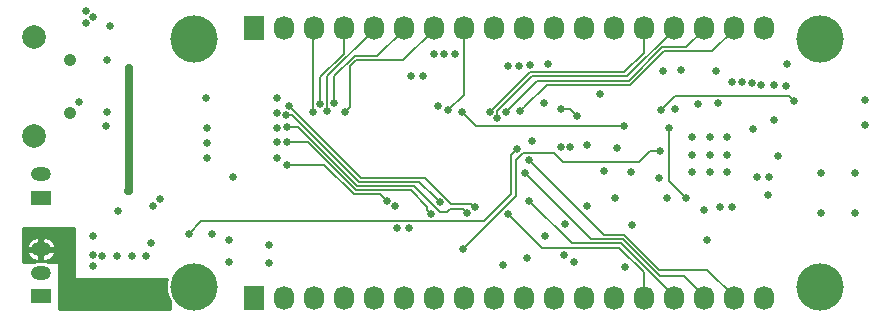
<source format=gbl>
G04 #@! TF.FileFunction,Copper,L4,Bot,Signal*
%FSLAX46Y46*%
G04 Gerber Fmt 4.6, Leading zero omitted, Abs format (unit mm)*
G04 Created by KiCad (PCBNEW (2016-09-14 revision 83ed3c9)-makepkg) date 10/14/16 01:05:57*
%MOMM*%
%LPD*%
G01*
G04 APERTURE LIST*
%ADD10C,0.100000*%
%ADD11O,1.727200X2.032000*%
%ADD12R,1.727200X2.032000*%
%ADD13C,4.000000*%
%ADD14R,1.700000X1.200000*%
%ADD15O,1.700000X1.200000*%
%ADD16C,2.000000*%
%ADD17C,1.041000*%
%ADD18C,0.635000*%
%ADD19C,0.635000*%
%ADD20C,0.177800*%
%ADD21C,0.254000*%
G04 APERTURE END LIST*
D10*
D11*
X209053691Y-96508953D03*
X206513691Y-96508953D03*
X203973691Y-96508953D03*
X201433691Y-96508953D03*
X198893691Y-96508953D03*
X196353691Y-96508953D03*
X193813691Y-96508953D03*
X191273691Y-96508953D03*
X188733691Y-96508953D03*
X186193691Y-96508953D03*
X183653691Y-96508953D03*
X181113691Y-96508953D03*
X178573691Y-96508953D03*
X176033691Y-96508953D03*
X173493691Y-96508953D03*
X170953691Y-96508953D03*
X168413691Y-96508953D03*
D12*
X165873691Y-96508953D03*
X165873691Y-73648953D03*
D11*
X168413691Y-73648953D03*
X170953691Y-73648953D03*
X173493691Y-73648953D03*
X176033691Y-73648953D03*
X178573691Y-73648953D03*
X181113691Y-73648953D03*
X183653691Y-73648953D03*
X186193691Y-73648953D03*
X188733691Y-73648953D03*
X191273691Y-73648953D03*
X193813691Y-73648953D03*
X196353691Y-73648953D03*
X198893691Y-73648953D03*
X201433691Y-73648953D03*
X203973691Y-73648953D03*
X206513691Y-73648953D03*
X209053691Y-73648953D03*
D13*
X160873691Y-74578953D03*
X213873691Y-74578953D03*
X160873691Y-95578953D03*
X213873691Y-95578953D03*
D14*
X147877691Y-88046953D03*
D15*
X147877691Y-86046953D03*
D14*
X147877691Y-96396953D03*
D15*
X147877691Y-94396953D03*
X147877691Y-92396953D03*
D16*
X147307691Y-74431553D03*
X147307691Y-82781553D03*
D17*
X150332691Y-76381553D03*
X150332691Y-80831553D03*
D18*
X210947000Y-78613000D03*
X201549000Y-80518000D03*
X200533000Y-77343000D03*
X207235997Y-78229078D03*
X208827137Y-78532494D03*
X206375000Y-78232000D03*
X205175353Y-80035409D03*
X202057000Y-77216000D03*
X203526348Y-80098198D03*
X195199000Y-79219111D03*
X216825991Y-85964153D03*
X216825991Y-89316953D03*
X213892291Y-85964153D03*
X213879591Y-89329653D03*
X217623691Y-79778953D03*
X217623691Y-81853953D03*
X188339891Y-76870953D03*
X190478276Y-80029504D03*
X189293885Y-76793016D03*
X197364148Y-93938496D03*
X197948691Y-90378953D03*
X195573691Y-85778953D03*
X197873691Y-85853953D03*
X196648691Y-83828953D03*
X196473691Y-88053953D03*
X194123691Y-88703953D03*
X192223691Y-90278953D03*
X192148691Y-92878953D03*
X193023691Y-93453953D03*
X152248691Y-72759953D03*
X151673691Y-72209953D03*
X151673691Y-73234953D03*
X157973691Y-88128953D03*
X157323691Y-88753953D03*
X157198691Y-91878953D03*
X156748691Y-92953953D03*
X155623691Y-92953953D03*
X154291191Y-92952453D03*
X153075191Y-92952453D03*
X152248691Y-91278953D03*
X152248691Y-92928953D03*
X152248691Y-93778953D03*
X194073691Y-83578953D03*
X192696273Y-83721051D03*
X189441469Y-83230010D03*
X177853499Y-88780199D03*
X178048691Y-90578953D03*
X187019047Y-93698248D03*
X153713641Y-73497304D03*
X151103491Y-79902953D03*
X204306225Y-91588794D03*
X203001469Y-85889738D03*
X205985976Y-85887091D03*
X205984474Y-82908914D03*
X203003380Y-82910435D03*
X205984494Y-84396949D03*
X203001598Y-84399802D03*
X204494763Y-85865804D03*
X204493943Y-82936843D03*
X204494549Y-84398953D03*
X204494549Y-84398953D03*
X179222691Y-77759953D03*
X190525691Y-91278953D03*
X200908993Y-88049798D03*
X205059691Y-77267953D03*
X211013691Y-76748953D03*
X182004455Y-75889533D03*
X181135213Y-75889533D03*
X162373691Y-91078953D03*
X209957691Y-81441953D03*
X210253366Y-84483338D03*
X153487891Y-76341353D03*
X154430891Y-89164553D03*
X153386291Y-81980153D03*
X153487891Y-80811753D03*
X206343685Y-88863506D03*
X209537427Y-86268706D03*
X164133691Y-86268953D03*
X181508691Y-80299953D03*
X161947697Y-83377090D03*
X161940591Y-82094953D03*
X161877091Y-79554953D03*
X209931000Y-78486000D03*
X208044408Y-78313445D03*
X167845265Y-84634127D03*
X167846091Y-82094953D03*
X187440815Y-76907023D03*
X190821945Y-76747235D03*
X191883576Y-83734762D03*
X179055290Y-90573042D03*
X204007091Y-89068753D03*
X180238691Y-77759953D03*
X167846091Y-79554953D03*
X167846091Y-80836617D03*
X167846091Y-83362190D03*
X182905949Y-75889533D03*
X200177640Y-86374183D03*
X208179691Y-82203953D03*
X167181691Y-92047453D03*
X163816191Y-91602953D03*
X205378485Y-88863506D03*
X209442485Y-87796706D03*
X208521427Y-86268706D03*
X167181691Y-93571453D03*
X163816191Y-93507953D03*
X189001691Y-93122953D03*
X161940591Y-84634953D03*
X155294491Y-77078953D03*
X155285691Y-87453953D03*
X157986891Y-95133553D03*
X157453491Y-96174953D03*
X158317091Y-97216353D03*
X168748691Y-85253953D03*
X177165085Y-88345347D03*
X168723691Y-83353953D03*
X180912051Y-89406848D03*
X168748691Y-82053953D03*
X183947595Y-89329652D03*
X168636162Y-81027496D03*
X181635492Y-88405980D03*
X168880904Y-80252417D03*
X184615969Y-88853101D03*
X183616181Y-92353953D03*
X200298681Y-84087440D03*
X197223848Y-81959671D03*
X183540691Y-80807953D03*
X201014245Y-82170107D03*
X202457691Y-88103553D03*
X211608691Y-79865953D03*
X200381709Y-80601865D03*
X193251024Y-81106418D03*
X191899526Y-80516658D03*
X188200857Y-83925589D03*
X160373691Y-91078953D03*
X187448691Y-89403953D03*
X187214535Y-80799009D03*
X186523939Y-81305907D03*
X185903387Y-80780951D03*
X170921866Y-80803953D03*
X172127098Y-80673473D03*
X171537901Y-80088685D03*
X173608079Y-80802038D03*
X172711308Y-80026971D03*
X182373691Y-80578953D03*
X188898691Y-85953953D03*
X189198691Y-84828953D03*
X189223691Y-88328953D03*
X188468236Y-80710438D03*
D19*
X155294491Y-87445153D02*
X155294491Y-77078953D01*
X155285691Y-87453953D02*
X155294491Y-87445153D01*
X158317091Y-97216353D02*
X158317091Y-97038553D01*
X158317091Y-97038553D02*
X157453491Y-96174953D01*
D20*
X168748691Y-85253953D02*
X171857880Y-85253953D01*
X171857880Y-85253953D02*
X174363490Y-87759563D01*
X174363490Y-87759563D02*
X176579301Y-87759563D01*
X176579301Y-87759563D02*
X177165085Y-88345347D01*
X174798691Y-87403953D02*
X179208706Y-87403953D01*
X168723691Y-83353953D02*
X170477325Y-83353953D01*
X170477325Y-83353953D02*
X174527323Y-87403951D01*
X174527323Y-87403951D02*
X174798689Y-87403951D01*
X174798689Y-87403951D02*
X174798691Y-87403953D01*
X180594552Y-89089349D02*
X180912051Y-89406848D01*
X179208706Y-87403953D02*
X180594552Y-88789799D01*
X180594552Y-88789799D02*
X180594552Y-89089349D01*
X174848691Y-87048342D02*
X179448260Y-87048342D01*
X169680233Y-82053953D02*
X174674622Y-87048342D01*
X174674622Y-87048342D02*
X174848691Y-87048342D01*
X168748691Y-82053953D02*
X169680233Y-82053953D01*
X179448260Y-87048342D02*
X181651439Y-89251521D01*
X181651439Y-89251521D02*
X182249784Y-89251521D01*
X182249784Y-89251521D02*
X182499635Y-89001670D01*
X182499635Y-89001670D02*
X183619613Y-89001670D01*
X183619613Y-89001670D02*
X183947595Y-89329652D01*
X175073691Y-86682496D02*
X179912008Y-86682496D01*
X168636162Y-81027496D02*
X168637619Y-81028953D01*
X168637619Y-81028953D02*
X169158141Y-81028953D01*
X169158141Y-81028953D02*
X174811684Y-86682496D01*
X174811684Y-86682496D02*
X175073691Y-86682496D01*
X181317993Y-88088481D02*
X181635492Y-88405980D01*
X179912008Y-86682496D02*
X181317993Y-88088481D01*
X184615969Y-88853101D02*
X184298470Y-88535602D01*
X184298470Y-88535602D02*
X182591313Y-88535602D01*
X182591313Y-88535602D02*
X180382597Y-86326886D01*
X180382597Y-86326886D02*
X174958982Y-86326886D01*
X174958982Y-86326886D02*
X168884513Y-80252417D01*
X168884513Y-80252417D02*
X168880904Y-80252417D01*
X199803691Y-84087440D02*
X199451507Y-84087440D01*
X199451507Y-84087440D02*
X198499994Y-85038953D01*
X198499994Y-85038953D02*
X192108691Y-85038953D01*
X192108691Y-85038953D02*
X191304644Y-84234906D01*
X191304644Y-84234906D02*
X188717738Y-84234906D01*
X188717738Y-84234906D02*
X188065926Y-84886718D01*
X188065926Y-84886718D02*
X188065926Y-87904208D01*
X188065926Y-87904208D02*
X183616181Y-92353953D01*
X199803691Y-84087440D02*
X200298681Y-84087440D01*
X199700868Y-84087440D02*
X199803691Y-84087440D01*
X196774836Y-81959671D02*
X197223848Y-81959671D01*
X184692409Y-81959671D02*
X196774836Y-81959671D01*
X183540691Y-80807953D02*
X184692409Y-81959671D01*
X202457691Y-88103553D02*
X201014245Y-86660107D01*
X201014245Y-86660107D02*
X201014245Y-82619119D01*
X201014245Y-82619119D02*
X201014245Y-82170107D01*
X211608691Y-79865953D02*
X211171907Y-79429169D01*
X201554405Y-79429169D02*
X200699208Y-80284366D01*
X200699208Y-80284366D02*
X200381709Y-80601865D01*
X211171907Y-79429169D02*
X201554405Y-79429169D01*
X191899526Y-80516658D02*
X192661264Y-80516658D01*
X192661264Y-80516658D02*
X192933525Y-80788919D01*
X192933525Y-80788919D02*
X193251024Y-81106418D01*
X188200857Y-83925589D02*
X187710316Y-84416130D01*
X187710316Y-84416130D02*
X187710316Y-87699146D01*
X187710316Y-87699146D02*
X185418413Y-89991049D01*
X185418413Y-89991049D02*
X180631634Y-89991049D01*
X180631634Y-89991049D02*
X180629426Y-89988841D01*
X180629426Y-89988841D02*
X161463803Y-89988841D01*
X161463803Y-89988841D02*
X160373691Y-91078953D01*
X187448691Y-89403953D02*
X190303963Y-92259225D01*
X190303963Y-92259225D02*
X196821996Y-92259225D01*
X196821996Y-92259225D02*
X198893691Y-94330920D01*
X198893691Y-94330920D02*
X198893691Y-96508953D01*
X203973691Y-73801353D02*
X203973691Y-73648953D01*
X200479186Y-75269644D02*
X202505400Y-75269644D01*
X197623892Y-78124939D02*
X200479186Y-75269644D01*
X189888605Y-78124939D02*
X197623892Y-78124939D01*
X187214535Y-80799009D02*
X189888605Y-78124939D01*
X202505400Y-75269644D02*
X203973691Y-73801353D01*
X197465714Y-77769330D02*
X201433691Y-73801353D01*
X201433691Y-73801353D02*
X201433691Y-73648953D01*
X186523939Y-81305907D02*
X186523939Y-80663407D01*
X186523939Y-80663407D02*
X189418016Y-77769330D01*
X189418016Y-77769330D02*
X197465714Y-77769330D01*
X185903387Y-80780951D02*
X189270619Y-77413719D01*
X189270619Y-77413719D02*
X197278632Y-77413719D01*
X197278632Y-77413719D02*
X198893691Y-75798660D01*
X198893691Y-75798660D02*
X198893691Y-73648953D01*
X170921866Y-80803953D02*
X170921866Y-73680778D01*
X170921866Y-73680778D02*
X170953691Y-73648953D01*
X176033691Y-73648953D02*
X176033691Y-73848563D01*
X176033691Y-73848563D02*
X172127098Y-77755156D01*
X172127098Y-77755156D02*
X172127098Y-80224461D01*
X172127098Y-80224461D02*
X172127098Y-80673473D01*
X171537901Y-80088685D02*
X171537901Y-77841445D01*
X171537901Y-77841445D02*
X173493691Y-75885655D01*
X173493691Y-75885655D02*
X173493691Y-73648953D01*
X178552091Y-76362953D02*
X181113691Y-73801353D01*
X181113691Y-73801353D02*
X181113691Y-73648953D01*
X174019378Y-80390739D02*
X174019378Y-76917085D01*
X174019378Y-76917085D02*
X174573510Y-76362953D01*
X173608079Y-80802038D02*
X174019378Y-80390739D01*
X174573510Y-76362953D02*
X178552091Y-76362953D01*
X174426212Y-76007342D02*
X172711308Y-77722246D01*
X176367702Y-76007342D02*
X174426212Y-76007342D01*
X178573691Y-73801353D02*
X176367702Y-76007342D01*
X178573691Y-73648953D02*
X178573691Y-73801353D01*
X172711308Y-79577959D02*
X172711308Y-80026971D01*
X172711308Y-77722246D02*
X172711308Y-79577959D01*
X182373691Y-80578953D02*
X183653691Y-79298953D01*
X183653691Y-79298953D02*
X183653691Y-73648953D01*
X188898691Y-85953953D02*
X194485945Y-91541207D01*
X194485945Y-91541207D02*
X197121253Y-91541207D01*
X197121253Y-91541207D02*
X200256399Y-94676353D01*
X200256399Y-94676353D02*
X202293491Y-94676353D01*
X202293491Y-94676353D02*
X203973691Y-96356553D01*
X203973691Y-96356553D02*
X203973691Y-96508953D01*
X200200507Y-94117553D02*
X204274691Y-94117553D01*
X204274691Y-94117553D02*
X206513691Y-96356553D01*
X206513691Y-96356553D02*
X206513691Y-96508953D01*
X197268552Y-91185598D02*
X200200507Y-94117553D01*
X196960250Y-91185596D02*
X197268552Y-91185598D01*
X189198691Y-84828953D02*
X189199046Y-84828953D01*
X189199046Y-84828953D02*
X195555689Y-91185596D01*
X195555689Y-91185596D02*
X196960250Y-91185596D01*
X189223691Y-88328953D02*
X192798352Y-91903614D01*
X192798352Y-91903614D02*
X196980752Y-91903614D01*
X196980752Y-91903614D02*
X201433691Y-96356553D01*
X201433691Y-96356553D02*
X201433691Y-96508953D01*
X206513691Y-73648953D02*
X206513691Y-73801353D01*
X206513691Y-73801353D02*
X204689789Y-75625255D01*
X204689789Y-75625255D02*
X200626484Y-75625255D01*
X200626484Y-75625255D02*
X197756951Y-78494788D01*
X197756951Y-78494788D02*
X190683886Y-78494788D01*
X190683886Y-78494788D02*
X188785735Y-80392939D01*
X188785735Y-80392939D02*
X188468236Y-80710438D01*
D21*
G36*
X150671691Y-94777953D02*
X150681358Y-94826554D01*
X150708888Y-94867756D01*
X150750090Y-94895286D01*
X150798691Y-94904953D01*
X158575451Y-94904953D01*
X158493105Y-95103265D01*
X158492278Y-96050485D01*
X158799691Y-96794481D01*
X158799691Y-97444953D01*
X149401691Y-97444953D01*
X149401691Y-93634953D01*
X149392024Y-93586352D01*
X149364494Y-93545150D01*
X149323292Y-93517620D01*
X149274691Y-93507953D01*
X148553150Y-93507953D01*
X148527220Y-93490627D01*
X148151808Y-93415953D01*
X147603574Y-93415953D01*
X147228162Y-93490627D01*
X147202232Y-93507953D01*
X146329691Y-93507953D01*
X146329691Y-92674560D01*
X146686789Y-92674560D01*
X146694813Y-92747413D01*
X146899939Y-93077733D01*
X147215859Y-93304410D01*
X147594476Y-93392935D01*
X147750691Y-93290619D01*
X147750691Y-92523953D01*
X148004691Y-92523953D01*
X148004691Y-93290619D01*
X148160906Y-93392935D01*
X148539523Y-93304410D01*
X148855443Y-93077733D01*
X149060569Y-92747413D01*
X149068593Y-92674560D01*
X149004289Y-92523953D01*
X148004691Y-92523953D01*
X147750691Y-92523953D01*
X146751093Y-92523953D01*
X146686789Y-92674560D01*
X146329691Y-92674560D01*
X146329691Y-92119346D01*
X146686789Y-92119346D01*
X146751093Y-92269953D01*
X147750691Y-92269953D01*
X147750691Y-91503287D01*
X148004691Y-91503287D01*
X148004691Y-92269953D01*
X149004289Y-92269953D01*
X149068593Y-92119346D01*
X149060569Y-92046493D01*
X148855443Y-91716173D01*
X148539523Y-91489496D01*
X148160906Y-91400971D01*
X148004691Y-91503287D01*
X147750691Y-91503287D01*
X147594476Y-91400971D01*
X147215859Y-91489496D01*
X146899939Y-91716173D01*
X146694813Y-92046493D01*
X146686789Y-92119346D01*
X146329691Y-92119346D01*
X146329691Y-90586953D01*
X150671691Y-90586953D01*
X150671691Y-94777953D01*
X150671691Y-94777953D01*
G37*
X150671691Y-94777953D02*
X150681358Y-94826554D01*
X150708888Y-94867756D01*
X150750090Y-94895286D01*
X150798691Y-94904953D01*
X158575451Y-94904953D01*
X158493105Y-95103265D01*
X158492278Y-96050485D01*
X158799691Y-96794481D01*
X158799691Y-97444953D01*
X149401691Y-97444953D01*
X149401691Y-93634953D01*
X149392024Y-93586352D01*
X149364494Y-93545150D01*
X149323292Y-93517620D01*
X149274691Y-93507953D01*
X148553150Y-93507953D01*
X148527220Y-93490627D01*
X148151808Y-93415953D01*
X147603574Y-93415953D01*
X147228162Y-93490627D01*
X147202232Y-93507953D01*
X146329691Y-93507953D01*
X146329691Y-92674560D01*
X146686789Y-92674560D01*
X146694813Y-92747413D01*
X146899939Y-93077733D01*
X147215859Y-93304410D01*
X147594476Y-93392935D01*
X147750691Y-93290619D01*
X147750691Y-92523953D01*
X148004691Y-92523953D01*
X148004691Y-93290619D01*
X148160906Y-93392935D01*
X148539523Y-93304410D01*
X148855443Y-93077733D01*
X149060569Y-92747413D01*
X149068593Y-92674560D01*
X149004289Y-92523953D01*
X148004691Y-92523953D01*
X147750691Y-92523953D01*
X146751093Y-92523953D01*
X146686789Y-92674560D01*
X146329691Y-92674560D01*
X146329691Y-92119346D01*
X146686789Y-92119346D01*
X146751093Y-92269953D01*
X147750691Y-92269953D01*
X147750691Y-91503287D01*
X148004691Y-91503287D01*
X148004691Y-92269953D01*
X149004289Y-92269953D01*
X149068593Y-92119346D01*
X149060569Y-92046493D01*
X148855443Y-91716173D01*
X148539523Y-91489496D01*
X148160906Y-91400971D01*
X148004691Y-91503287D01*
X147750691Y-91503287D01*
X147594476Y-91400971D01*
X147215859Y-91489496D01*
X146899939Y-91716173D01*
X146694813Y-92046493D01*
X146686789Y-92119346D01*
X146329691Y-92119346D01*
X146329691Y-90586953D01*
X150671691Y-90586953D01*
X150671691Y-94777953D01*
M02*

</source>
